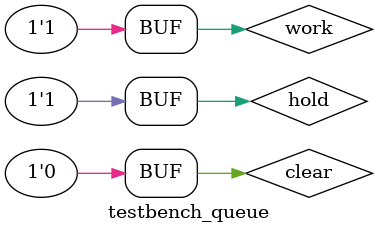
<source format=v>
`timescale 1ns / 1ps

module testbench_queue( );
reg work;
reg clear;
reg hold;
wire clk;
wire [7:0] data;
wire [9:0] address;
wire data_ena;
wire is_full;
    queue #(.queue_size(5),.data_size(8)) Q_ue(
        .work(work),
        .clear(clear),
        .hold(hold),
        .clk(clk),
        .data(data),
        .address(address),
        .data_ena(data_ena),
        .is_full(is_full)
     );
    img_x img(
        .clkb(clk),    // input wire clkb
        .enb(data_ena),      // input wire enb
        .addrb(address),  // input wire [9 : 0] addrb
        .doutb(data)  // output wire [7 : 0] doutb
    );

clock_gen Clock_gen(clk); 

initial begin
    work =1'b0;
    clear = 1'b0;
    #250;
    work =1'b1;
    #500;
    //work = 1'b0;
    #200;
    hold = 1'b1;
    #50;
    
end
endmodule

</source>
